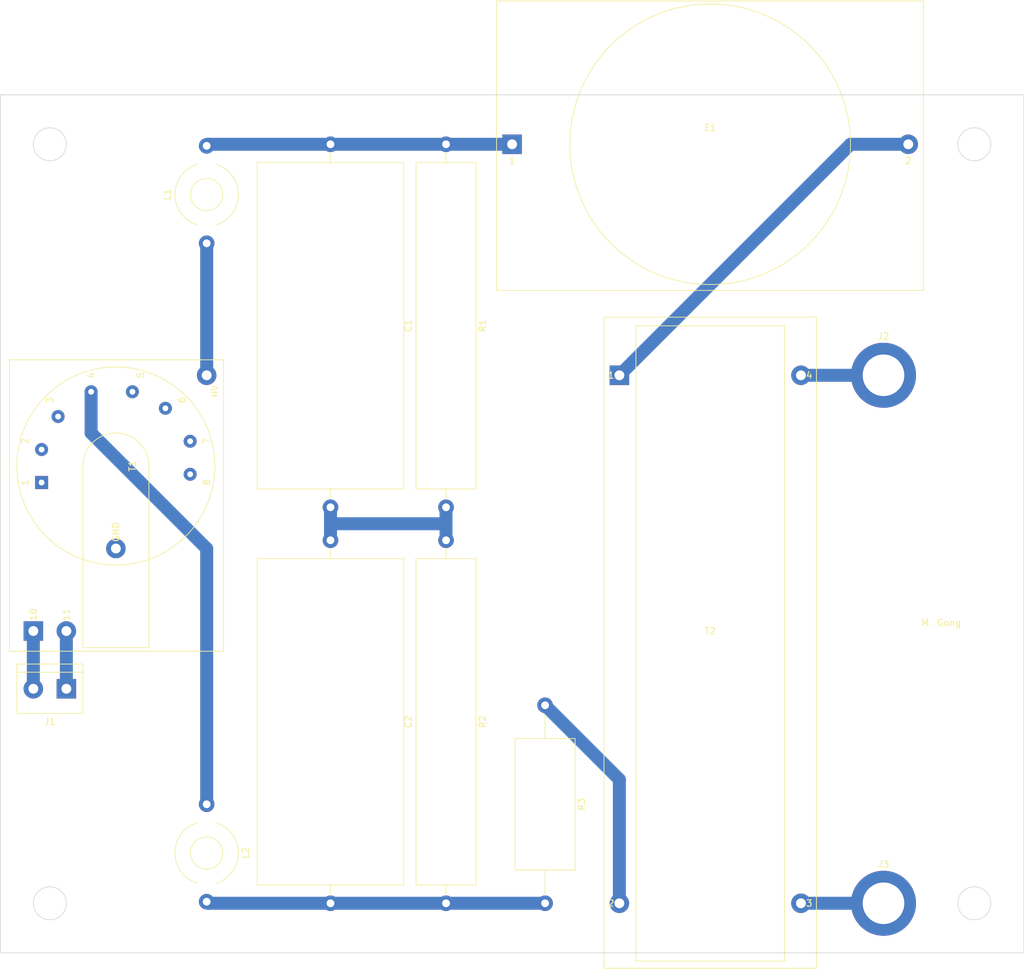
<source format=kicad_pcb>
(kicad_pcb (version 20211014) (generator pcbnew)
  (layers (0 "F.Cu" signal) (31 "B.Cu" signal) (34 "B.Paste" user) (35 "F.Paste" user) (36 "B.SilkS" user "B.Silkscreen") (37 "F.SilkS" user "F.Silkscreen") (38 "B.Mask" user) (39 "F.Mask" user) (44 "Edge.Cuts" user))
  (net 0 "")
  (net 1 "Net-(C1-Pad1)")
  (net 2 "Net-(C1-Pad2)")
  (net 3 "Net-(C2-Pad2)")
  (net 4 "Net-(E1-Pad2)")
  (net 5 "/PowerIn-")
  (net 6 "/PowerIn+")
  (net 7 "Net-(L1-Pad1)")
  (net 8 "Net-(L2-Pad1)")
  (net 9 "/PowerOut+")
  (net 10 "/PowerOut-")
  (net 11 "Net-(R3-Pad1)")
  (footprint "Power:C_Axial_L50.0mm_D23.0mm_P55.0mm_Horizontal" (layer "F.Cu") (at 91.44 38.1 -90)
    (fp_text reference "C1" (at 27.94 -11.97 90) (layer "F.SilkS"))
    (fp_text value "10nF/8kV")
    (fp_line (start 53.06 11.27) (end 53.06 -11.27) (layer "F.SilkS") (width 0.12))
    (fp_line (start 1.44 0) (end 2.82 0) (layer "F.SilkS") (width 0.12))
    (fp_line (start 2.82 11.27) (end 53.06 11.27) (layer "F.SilkS") (width 0.12))
    (fp_line (start 54.44 0) (end 53.06 0) (layer "F.SilkS") (width 0.12))
    (fp_line (start 2.82 -11.27) (end 2.82 11.27) (layer "F.SilkS") (width 0.12))
    (fp_line (start 53.06 -11.27) (end 2.82 -11.27) (layer "F.SilkS") (width 0.12))
    (pad "1" thru_hole circle locked (at 0 0 270) (size 2.4 2.4) (drill 1.2) (layers *.Cu *.Mask) (net 1 "Net-(C1-Pad1)"))
    (pad "2" thru_hole oval locked (at 55.88 0 270) (size 2.4 2.4) (drill 1.2) (layers *.Cu *.Mask) (net 2 "Net-(C1-Pad2)"))
  )
  (footprint "Power:C_Axial_L50.0mm_D23.0mm_P55.0mm_Horizontal" (layer "F.Cu") (at 91.44 99.06 -90)
    (fp_text reference "C2" (at 27.94 -11.97 90) (layer "F.SilkS"))
    (fp_text value "10nF/8kV")
    (fp_line (start 53.06 11.27) (end 53.06 -11.27) (layer "F.SilkS") (width 0.12))
    (fp_line (start 54.44 0) (end 53.06 0) (layer "F.SilkS") (width 0.12))
    (fp_line (start 53.06 -11.27) (end 2.82 -11.27) (layer "F.SilkS") (width 0.12))
    (fp_line (start 1.44 0) (end 2.82 0) (layer "F.SilkS") (width 0.12))
    (fp_line (start 2.82 11.27) (end 53.06 11.27) (layer "F.SilkS") (width 0.12))
    (fp_line (start 2.82 -11.27) (end 2.82 11.27) (layer "F.SilkS") (width 0.12))
    (pad "1" thru_hole circle locked (at 0 0 270) (size 2.4 2.4) (drill 1.2) (layers *.Cu *.Mask) (net 2 "Net-(C1-Pad2)"))
    (pad "2" thru_hole oval locked (at 55.88 0 270) (size 2.4 2.4) (drill 1.2) (layers *.Cu *.Mask) (net 3 "Net-(C2-Pad2)"))
  )
  (footprint "TerminalBlock:TerminalBlock_bornier-2_P5.08mm" (layer "F.Cu") (at 50.8 121.92 180)
    (fp_text reference "J1" (at 2.54 -5.08) (layer "F.SilkS"))
    (fp_text value "From Power")
    (fp_line (start -2.54 3.81) (end 7.62 3.81) (layer "F.SilkS") (width 0.12))
    (fp_line (start -2.54 -3.81) (end -2.54 3.81) (layer "F.SilkS") (width 0.12))
    (fp_line (start 7.62 -3.81) (end -2.54 -3.81) (layer "F.SilkS") (width 0.12))
    (fp_line (start 7.62 2.54) (end -2.54 2.54) (layer "F.SilkS") (width 0.12))
    (fp_line (start 7.62 3.81) (end 7.62 -3.81) (layer "F.SilkS") (width 0.12))
    (pad "1" thru_hole rect locked (at 0 0 180) (size 3 3) (drill 1.52) (layers *.Cu *.Mask) (net 5 "/PowerIn-"))
    (pad "2" thru_hole circle locked (at 5.08 0 180) (size 3 3) (drill 1.52) (layers *.Cu *.Mask) (net 6 "/PowerIn+"))
  )
  (footprint "MountingHole:MountingHole_6.4mm_M6_ISO14580_Pad" (layer "F.Cu") (at 176.53 73.66)
    (fp_text reference "J2" (at 0 -6) (layer "F.SilkS"))
    (fp_text value "Output+")
    (pad "1" thru_hole circle locked (at 0 0) (size 10 10) (drill 6.4) (layers *.Cu *.Mask) (net 9 "/PowerOut+"))
  )
  (footprint "MountingHole:MountingHole_6.4mm_M6_ISO14580_Pad" (layer "F.Cu") (at 176.53 154.94)
    (fp_text reference "J3" (at 0 -6) (layer "F.SilkS"))
    (fp_text value "Output-")
    (pad "1" thru_hole circle locked (at 0 0) (size 10 10) (drill 6.4) (layers *.Cu *.Mask) (net 10 "/PowerOut-"))
  )
  (footprint "Resistor_THT:R_Axial_Power_L50.0mm_W9.0mm_P55.88mm" (layer "F.Cu") (at 109.22 38.1 -90)
    (fp_text reference "R1" (at 27.94 -5.62 90) (layer "F.SilkS"))
    (fp_text value "100M/5W")
    (fp_line (start 1.44 0) (end 2.82 0) (layer "F.SilkS") (width 0.12))
    (fp_line (start 2.82 4.62) (end 53.06 4.62) (layer "F.SilkS") (width 0.12))
    (fp_line (start 2.82 -4.62) (end 2.82 4.62) (layer "F.SilkS") (width 0.12))
    (fp_line (start 53.06 4.62) (end 53.06 -4.62) (layer "F.SilkS") (width 0.12))
    (fp_line (start 53.06 -4.62) (end 2.82 -4.62) (layer "F.SilkS") (width 0.12))
    (fp_line (start 54.44 0) (end 53.06 0) (layer "F.SilkS") (width 0.12))
    (pad "1" thru_hole circle locked (at 0 0 270) (size 2.4 2.4) (drill 1.2) (layers *.Cu *.Mask) (net 1 "Net-(C1-Pad1)"))
    (pad "2" thru_hole oval locked (at 55.88 0 270) (size 2.4 2.4) (drill 1.2) (layers *.Cu *.Mask) (net 2 "Net-(C1-Pad2)"))
  )
  (footprint "Resistor_THT:R_Axial_Power_L50.0mm_W9.0mm_P55.88mm" (layer "F.Cu") (at 109.22 99.06 -90)
    (fp_text reference "R2" (at 27.94 -5.62 90) (layer "F.SilkS"))
    (fp_text value "100M/5W")
    (fp_line (start 53.06 -4.62) (end 2.82 -4.62) (layer "F.SilkS") (width 0.12))
    (fp_line (start 1.44 0) (end 2.82 0) (layer "F.SilkS") (width 0.12))
    (fp_line (start 53.06 4.62) (end 53.06 -4.62) (layer "F.SilkS") (width 0.12))
    (fp_line (start 2.82 4.62) (end 53.06 4.62) (layer "F.SilkS") (width 0.12))
    (fp_line (start 54.44 0) (end 53.06 0) (layer "F.SilkS") (width 0.12))
    (fp_line (start 2.82 -4.62) (end 2.82 4.62) (layer "F.SilkS") (width 0.12))
    (pad "1" thru_hole circle locked (at 0 0 270) (size 2.4 2.4) (drill 1.2) (layers *.Cu *.Mask) (net 2 "Net-(C1-Pad2)"))
    (pad "2" thru_hole oval locked (at 55.88 0 270) (size 2.4 2.4) (drill 1.2) (layers *.Cu *.Mask) (net 3 "Net-(C2-Pad2)"))
  )
  (footprint "Inductor_THT:L_Toroid_Horizontal_D9.5mm_P15.00mm_Diameter10-5mm_Amidon-T37" (layer "F.Cu") (at 72.39 53.34 90)
    (fp_text reference "L1" (at 7.5 -6.0125 90) (layer "F.SilkS"))
    (fp_text value "10uH")
    (fp_arc (start 12.159099 1.46) (mid 7.5 4.8825) (end 2.840901 1.46) (layer "F.SilkS") (width 0.12))
    (fp_arc (start 2.840901 -1.46) (mid 7.5 -4.8825) (end 12.159099 -1.46) (layer "F.SilkS") (width 0.12))
    (fp_circle (center 7.5 0) (end 9.9835 0) (layer "F.SilkS") (width 0.12) (fill none))
    (pad "1" thru_hole circle locked (at 0 0 90) (size 2.4 2.4) (drill 1.2) (layers *.Cu *.Mask) (net 7 "Net-(L1-Pad1)"))
    (pad "2" thru_hole circle locked (at 15 0 90) (size 2.4 2.4) (drill 1.2) (layers *.Cu *.Mask) (net 1 "Net-(C1-Pad1)"))
  )
  (footprint "Inductor_THT:L_Toroid_Horizontal_D9.5mm_P15.00mm_Diameter10-5mm_Amidon-T37" (layer "F.Cu") (at 72.39 139.7 -90)
    (fp_text reference "L2" (at 7.5 -6.0125 90) (layer "F.SilkS"))
    (fp_text value "10uH")
    (fp_arc (start 2.840901 -1.46) (mid 7.5 -4.8825) (end 12.159099 -1.46) (layer "F.SilkS") (width 0.12))
    (fp_arc (start 12.159099 1.46) (mid 7.5 4.8825) (end 2.840901 1.46) (layer "F.SilkS") (width 0.12))
    (fp_circle (center 7.5 0) (end 9.9835 0) (layer "F.SilkS") (width 0.12) (fill none))
    (pad "1" thru_hole circle locked (at 0 0 270) (size 2.4 2.4) (drill 1.2) (layers *.Cu *.Mask) (net 8 "Net-(L2-Pad1)"))
    (pad "2" thru_hole circle locked (at 15 0 270) (size 2.4 2.4) (drill 1.2) (layers *.Cu *.Mask) (net 3 "Net-(C2-Pad2)"))
  )
  (footprint "Power:Air_Core_Transformer_1P_1S" (layer "F.Cu") (at 135.89 73.66)
    (fp_text reference "T2" (at 13.97 39.37) (layer "F.SilkS"))
    (fp_text value "20:20")
    (fp_text user "2" (at -1.27 81.28) (layer "F.SilkS"))
    (fp_text user "3" (at 29.21 81.28) (layer "F.SilkS"))
    (fp_text user "1" (at -1.27 0) (layer "F.SilkS"))
    (fp_text user "4" (at 29.21 0) (layer "F.SilkS"))
    (fp_line (start -2.382 -8.947) (end -2.382 91.286) (layer "F.SilkS") (width 0.12))
    (fp_line (start -2.382 -8.947) (end 30.32 -8.95) (layer "F.SilkS") (width 0.12))
    (fp_line (start 30.32 91.286) (end -2.382 91.286) (layer "F.SilkS") (width 0.12))
    (fp_line (start 30.32 -8.95) (end 30.32 91.286) (layer "F.SilkS") (width 0.12))
    (fp_line (start 25.4 -7.62) (end 2.54 -7.62) (layer "F.SilkS") (width 0.12))
    (fp_line (start 25.4 90.17) (end 2.54 90.17) (layer "F.SilkS") (width 0.12))
    (fp_line (start 2.54 90.17) (end 2.54 -7.62) (layer "F.SilkS") (width 0.12))
    (fp_line (start 25.4 90.17) (end 25.4 -7.62) (layer "F.SilkS") (width 0.12))
    (pad "1" thru_hole rect locked (at 0 0) (size 3 3) (drill 1.52) (layers *.Cu *.Mask) (net 4 "Net-(E1-Pad2)"))
    (pad "2" thru_hole circle locked (at 0 81.28) (size 3 3) (drill 1.52) (layers *.Cu *.Mask) (net 11 "Net-(R3-Pad1)"))
    (pad "3" thru_hole circle locked (at 27.94 81.28) (size 3 3) (drill 1.52) (layers *.Cu *.Mask) (net 10 "/PowerOut-"))
    (pad "4" thru_hole circle locked (at 27.94 0) (size 3 3) (drill 1.52) (layers *.Cu *.Mask) (net 9 "/PowerOut+"))
  )
  (footprint "Power:Spark_Gap" (layer "F.Cu") (at 119.38 38.1)
    (fp_text reference "E1" (at 30.48 -2.54) (layer "F.SilkS"))
    (fp_text value "SPARK_GAP 10kV")
    (fp_text user "1" (at 0 2.54) (layer "F.SilkS"))
    (fp_text user "2" (at 60.96 2.54) (layer "F.SilkS"))
    (fp_line (start -2.38 -22.057) (end 63.3 -22.057) (layer "F.SilkS") (width 0.12))
    (fp_line (start -2.38 -22.057) (end -2.38 22.506) (layer "F.SilkS") (width 0.12))
    (fp_line (start 63.3 -22.057) (end 63.3 22.5) (layer "F.SilkS") (width 0.12))
    (fp_line (start 63.3 22.5) (end -2.38 22.506) (layer "F.SilkS") (width 0.12))
    (fp_circle (center 30.48 0) (end 52.07 0) (layer "F.SilkS") (width 0.12) (fill none))
    (pad "1" thru_hole rect locked (at 0 0) (size 3 3) (drill 1.52) (layers *.Cu *.Mask) (net 1 "Net-(C1-Pad1)"))
    (pad "2" thru_hole circle locked (at 60.96 0) (size 3 3) (drill 1.52) (layers *.Cu *.Mask) (net 4 "Net-(E1-Pad2)"))
  )
  (footprint "Power:Flyback_Transformer_BSH12-N406L" (layer "F.Cu") (at 72.39 73.66 -90)
    (fp_text reference "T1" (at 13.97 11.43 90) (layer "F.SilkS"))
    (fp_text value "BSH12-N406L 8:6400")
    (fp_text user "11" (at 36.83 21.59 90) (layer "F.SilkS"))
    (fp_text user "10" (at 36.83 26.67 90) (layer "F.SilkS"))
    (fp_text user "2" (at 10.16 27.94 90) (layer "F.SilkS"))
    (fp_text user "GND" (at 24.13 13.97 90) (layer "F.SilkS"))
    (fp_text user "1" (at 16.51 27.94 90) (layer "F.SilkS"))
    (fp_text user "5" (at 0 10.16 90) (layer "F.SilkS"))
    (fp_text user "HV" (at 2.46 -1.27 90) (layer "F.SilkS"))
    (fp_text user "3" (at 3.81 24.13 90) (layer "F.SilkS"))
    (fp_text user "8" (at 16.51 0 90) (layer "F.SilkS"))
    (fp_text user "6" (at 3.81 3.81 90) (layer "F.SilkS"))
    (fp_text user "7" (at 10.16 0 90) (layer "F.SilkS"))
    (fp_text user "4" (at 0 17.78 90) (layer "F.SilkS"))
    (fp_line (start 41.91 19.05) (end 41.91 8.89) (layer "F.SilkS") (width 0.12))
    (fp_line (start 41.91 19.05) (end 13.97 19.05) (layer "F.SilkS") (width 0.12))
    (fp_line (start -2.382 -2.597) (end -2.382 30.326) (layer "F.SilkS") (width 0.12))
    (fp_line (start 42.48 30.326) (end -2.382 30.326) (layer "F.SilkS") (width 0.12))
    (fp_line (start 42.48 -2.597) (end 42.48 30.326) (layer "F.SilkS") (width 0.12))
    (fp_line (start 41.91 8.89) (end 13.97 8.89) (layer "F.SilkS") (width 0.12))
    (fp_line (start -2.382 -2.597) (end 42.48 -2.597) (layer "F.SilkS") (width 0.12))
    (fp_arc (start 13.97 19.05) (mid 8.89 13.97) (end 13.97 8.89) (layer "F.SilkS") (width 0.12))
    (fp_circle (center 13.97 13.97) (end 29.21 13.97) (layer "F.SilkS") (width 0.12) (fill none))
    (pad "1" thru_hole rect locked (at 16.51 25.4 270) (size 2 2) (drill 0.9) (layers *.Cu *.Mask))
    (pad "2" thru_hole circle locked (at 11.43 25.4 270) (size 2 2) (drill 0.9) (layers *.Cu *.Mask))
    (pad "3" thru_hole circle locked (at 6.35 22.86 270) (size 2 2) (drill 0.9) (layers *.Cu *.Mask))
    (pad "4" thru_hole circle locked (at 2.54 17.78 270) (size 2 2) (drill 0.9) (layers *.Cu *.Mask) (net 8 "Net-(L2-Pad1)"))
    (pad "5" thru_hole circle locked (at 2.54 11.43 270) (size 2 2) (drill 0.9) (layers *.Cu *.Mask))
    (pad "6" thru_hole circle locked (at 5.08 6.35 270) (size 2 2) (drill 0.9) (layers *.Cu *.Mask))
    (pad "7" thru_hole circle locked (at 10.16 2.54 270) (size 2 2) (drill 0.9) (layers *.Cu *.Mask))
    (pad "8" thru_hole circle locked (at 15.24 2.54 270) (size 2 2) (drill 0.9) (layers *.Cu *.Mask))
    (pad "9" thru_hole circle locked (at 26.67 13.97 270) (size 3 3) (drill 1.52) (layers *.Cu *.Mask))
    (pad "10" thru_hole rect locked (at 39.37 26.67 270) (size 3 3) (drill 1.52) (layers *.Cu *.Mask) (net 6 "/PowerIn+"))
    (pad "11" thru_hole circle locked (at 39.37 21.59 270) (size 3 3) (drill 1.52) (layers *.Cu *.Mask) (net 5 "/PowerIn-"))
    (pad "12" thru_hole circle locked (at 0 0 270) (size 3 3) (drill 1.52) (layers *.Cu *.Mask) (net 7 "Net-(L1-Pad1)"))
  )
  (footprint "Resistor_THT:R_Axial_DIN0922_L20.0mm_D9.0mm_P30.48mm_Horizontal" (layer "F.Cu") (at 124.46 124.46 -90)
    (fp_text reference "R3" (at 15.24 -5.62 90) (layer "F.SilkS"))
    (fp_text value "1Ω/10W")
    (fp_line (start 25.36 4.62) (end 25.36 -4.62) (layer "F.SilkS") (width 0.12))
    (fp_line (start 5.12 4.62) (end 25.36 4.62) (layer "F.SilkS") (width 0.12))
    (fp_line (start 5.12 -4.62) (end 5.12 4.62) (layer "F.SilkS") (width 0.12))
    (fp_line (start 1.44 0) (end 5.12 0) (layer "F.SilkS") (width 0.12))
    (fp_line (start 25.36 -4.62) (end 5.12 -4.62) (layer "F.SilkS") (width 0.12))
    (fp_line (start 29.04 0) (end 25.36 0) (layer "F.SilkS") (width 0.12))
    (pad "1" thru_hole circle locked (at 0 0 270) (size 2.4 2.4) (drill 1.2) (layers *.Cu *.Mask) (net 11 "Net-(R3-Pad1)"))
    (pad "2" thru_hole oval locked (at 30.48 0 270) (size 2.4 2.4) (drill 1.2) (layers *.Cu *.Mask) (net 3 "Net-(C2-Pad2)"))
  )
  (gr_line (start 198.12 162.56) (end 198.12 30.48) (layer "Edge.Cuts") (width 0.1))
  (gr_circle (center 190.5 38.1) (end 193.04 38.1) (layer "Edge.Cuts") (width 0.1) (fill none))
  (gr_circle (center 48.26 38.1) (end 50.8 38.1) (layer "Edge.Cuts") (width 0.1) (fill none))
  (gr_circle (center 48.26 154.94) (end 45.72 154.94) (layer "Edge.Cuts") (width 0.1) (fill none))
  (gr_line (start 198.12 30.48) (end 40.64 30.48) (layer "Edge.Cuts") (width 0.1))
  (gr_line (start 40.64 162.56) (end 198.12 162.56) (layer "Edge.Cuts") (width 0.1))
  (gr_circle (center 190.5 154.94) (end 193.04 154.94) (layer "Edge.Cuts") (width 0.1) (fill none))
  (gr_line (start 40.64 30.48) (end 40.64 162.56) (layer "Edge.Cuts") (width 0.1))
  (gr_text "M. Gong" (at 185.42 111.76) (layer "F.SilkS") (effects (font (size 1 1))))
  (segment (start 109.22 38.1) (end 119.38 38.1) (width 2) (layer "B.Cu") (net 1))
  (segment (start 91.44 38.1) (end 72.63 38.1) (width 2) (layer "B.Cu") (net 1))
  (segment (start 109.22 38.1) (end 91.44 38.1) (width 2) (layer "B.Cu") (net 1))
  (segment (start 72.63 38.1) (end 72.39 38.34) (width 2) (layer "B.Cu") (net 1))
  (segment (start 109.22 96.52) (end 109.22 99.06) (width 2) (layer "B.Cu") (net 2))
  (segment (start 109.22 93.98) (end 109.22 96.52) (width 2) (layer "B.Cu") (net 2))
  (segment (start 91.44 96.52) (end 109.22 96.52) (width 2) (layer "B.Cu") (net 2))
  (segment (start 91.44 96.52) (end 91.44 99.06) (width 2) (layer "B.Cu") (net 2))
  (segment (start 91.44 93.98) (end 91.44 96.52) (width 2) (layer "B.Cu") (net 2))
  (segment (start 91.44 154.94) (end 72.63 154.94) (width 2) (layer "B.Cu") (net 3))
  (segment (start 72.63 154.94) (end 72.39 154.7) (width 2) (layer "B.Cu") (net 3))
  (segment (start 109.22 154.94) (end 91.44 154.94) (width 2) (layer "B.Cu") (net 3))
  (segment (start 109.22 154.94) (end 124.46 154.94) (width 2) (layer "B.Cu") (net 3))
  (segment (start 171.45 38.1) (end 135.89 73.66) (width 2) (layer "B.Cu") (net 4))
  (segment (start 180.34 38.1) (end 171.45 38.1) (width 2) (layer "B.Cu") (net 4))
  (segment (start 50.8 113.03) (end 50.8 121.92) (width 2) (layer "B.Cu") (net 5))
  (segment (start 45.72 113.03) (end 45.72 121.92) (width 2) (layer "B.Cu") (net 6))
  (segment (start 72.39 73.66) (end 72.39 53.34) (width 2) (layer "B.Cu") (net 7))
  (segment (start 54.61 82.55) (end 72.39 100.33) (width 2) (layer "B.Cu") (net 8))
  (segment (start 54.61 76.2) (end 54.61 82.55) (width 2) (layer "B.Cu") (net 8))
  (segment (start 72.39 139.7) (end 72.39 100.33) (width 2) (layer "B.Cu") (net 8))
  (segment (start 163.83 73.66) (end 176.53 73.66) (width 2) (layer "B.Cu") (net 9))
  (segment (start 163.83 154.94) (end 176.53 154.94) (width 2) (layer "B.Cu") (net 10))
  (segment (start 135.89 135.89) (end 124.46 124.46) (width 2) (layer "B.Cu") (net 11))
  (segment (start 135.89 154.94) (end 135.89 135.89) (width 2) (layer "B.Cu") (net 11))
)
</source>
